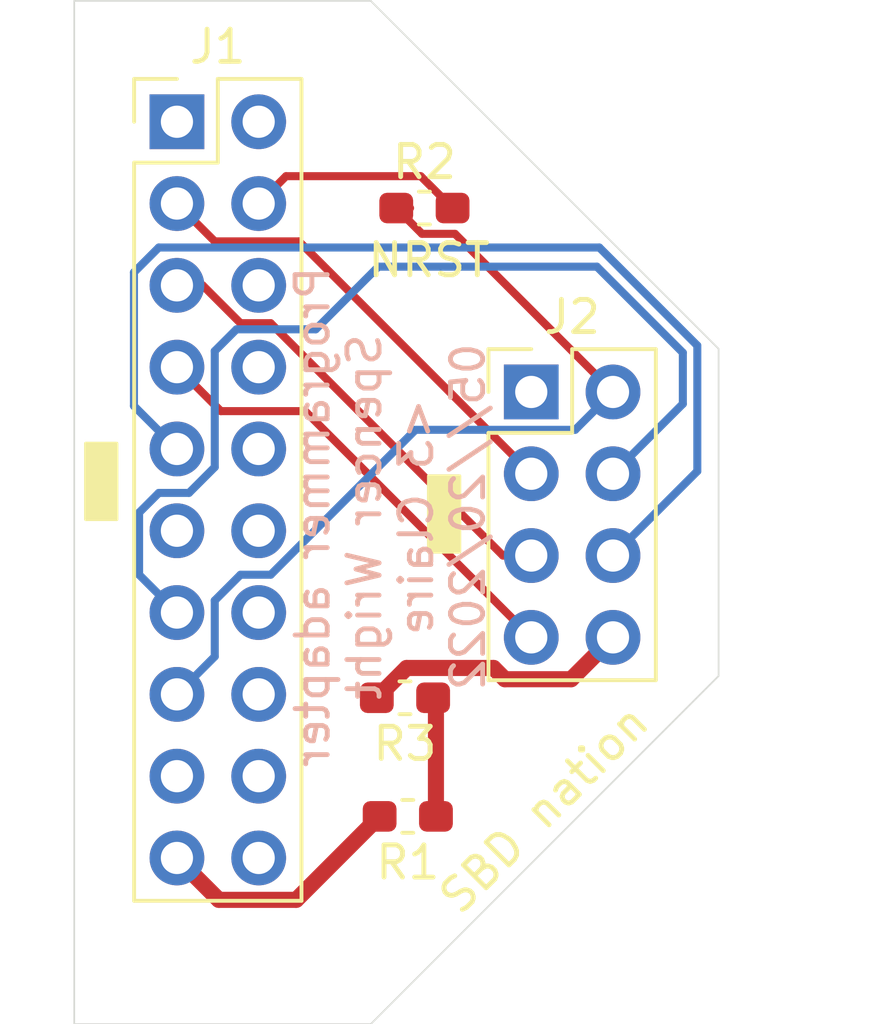
<source format=kicad_pcb>
(kicad_pcb (version 20221018) (generator pcbnew)
  (layers (0 "F.Cu" signal) (1 "In1.Cu" power "PWR") (2 "In2.Cu" power "GND") (31 "B.Cu" signal) (34 "B.Paste" user) (35 "F.Paste" user) (36 "B.SilkS" user "B.Silkscreen") (37 "F.SilkS" user "F.Silkscreen") (38 "B.Mask" user) (39 "F.Mask" user) (44 "Edge.Cuts" user))
  (net 0 "")
  (net 1 "/MCU_VDD")
  (net 2 "/JNTRST")
  (net 3 "GND")
  (net 4 "/JTDI")
  (net 5 "/SWDIO")
  (net 6 "/SWCLK")
  (net 7 "Net-(J1-Pad11)")
  (net 8 "/JTDO")
  (net 9 "/NRST")
  (net 10 "Net-(J1-Pad17)")
  (net 11 "Net-(J1-Pad19)")
  (net 12 "+3V3")
  (footprint "Connector_PinHeader_2.54mm:PinHeader_2x10_P2.54mm_Vertical" (layer "F.Cu") (at 69.23 54.53)
    (fp_text reference "J1" (at 1.27 -2.33) (layer "F.SilkS"))
    (fp_text value "Conn_01x20_Male")
    (fp_line (start -1.33 -1.33) (end 0 -1.33) (stroke (width 0.12)) (layer "F.SilkS"))
    (fp_line (start -1.33 0) (end -1.33 -1.33) (stroke (width 0.12)) (layer "F.SilkS"))
    (fp_line (start -1.33 1.27) (end -1.33 24.19) (stroke (width 0.12)) (layer "F.SilkS"))
    (fp_line (start -1.33 1.27) (end 1.27 1.27) (stroke (width 0.12)) (layer "F.SilkS"))
    (fp_line (start -1.33 24.19) (end 3.87 24.19) (stroke (width 0.12)) (layer "F.SilkS"))
    (fp_line (start 1.27 -1.33) (end 3.87 -1.33) (stroke (width 0.12)) (layer "F.SilkS"))
    (fp_line (start 1.27 1.27) (end 1.27 -1.33) (stroke (width 0.12)) (layer "F.SilkS"))
    (fp_line (start 3.87 -1.33) (end 3.87 24.19) (stroke (width 0.12)) (layer "F.SilkS"))
    (pad "1" thru_hole rect (at 0 0) (size 1.7 1.7) (drill 1) (layers "*.Cu" "*.Mask") (net 1 "/MCU_VDD"))
    (pad "2" thru_hole oval (at 2.54 0) (size 1.7 1.7) (drill 1) (layers "*.Cu" "*.Mask") (net 1 "/MCU_VDD"))
    (pad "3" thru_hole oval (at 0 2.54) (size 1.7 1.7) (drill 1) (layers "*.Cu" "*.Mask") (net 2 "/JNTRST"))
    (pad "4" thru_hole oval (at 2.54 2.54) (size 1.7 1.7) (drill 1) (layers "*.Cu" "*.Mask") (net 3 "GND"))
    (pad "5" thru_hole oval (at 0 5.08) (size 1.7 1.7) (drill 1) (layers "*.Cu" "*.Mask") (net 4 "/JTDI"))
    (pad "6" thru_hole oval (at 2.54 5.08) (size 1.7 1.7) (drill 1) (layers "*.Cu" "*.Mask") (net 3 "GND"))
    (pad "7" thru_hole oval (at 0 7.62) (size 1.7 1.7) (drill 1) (layers "*.Cu" "*.Mask") (net 5 "/SWDIO"))
    (pad "8" thru_hole oval (at 2.54 7.62) (size 1.7 1.7) (drill 1) (layers "*.Cu" "*.Mask") (net 3 "GND"))
    (pad "9" thru_hole oval (at 0 10.16) (size 1.7 1.7) (drill 1) (layers "*.Cu" "*.Mask") (net 6 "/SWCLK"))
    (pad "10" thru_hole oval (at 2.54 10.16) (size 1.7 1.7) (drill 1) (layers "*.Cu" "*.Mask") (net 3 "GND"))
    (pad "11" thru_hole oval (at 0 12.7) (size 1.7 1.7) (drill 1) (layers "*.Cu" "*.Mask") (net 7 "Net-(J1-Pad11)"))
    (pad "12" thru_hole oval (at 2.54 12.7) (size 1.7 1.7) (drill 1) (layers "*.Cu" "*.Mask") (net 3 "GND"))
    (pad "13" thru_hole oval (at 0 15.24) (size 1.7 1.7) (drill 1) (layers "*.Cu" "*.Mask") (net 8 "/JTDO"))
    (pad "14" thru_hole oval (at 2.54 15.24) (size 1.7 1.7) (drill 1) (layers "*.Cu" "*.Mask") (net 3 "GND"))
    (pad "15" thru_hole oval (at 0 17.78) (size 1.7 1.7) (drill 1) (layers "*.Cu" "*.Mask") (net 9 "/NRST"))
    (pad "16" thru_hole oval (at 2.54 17.78) (size 1.7 1.7) (drill 1) (layers "*.Cu" "*.Mask") (net 3 "GND"))
    (pad "17" thru_hole oval (at 0 20.32) (size 1.7 1.7) (drill 1) (layers "*.Cu" "*.Mask") (net 10 "Net-(J1-Pad17)"))
    (pad "18" thru_hole oval (at 2.54 20.32) (size 1.7 1.7) (drill 1) (layers "*.Cu" "*.Mask") (net 3 "GND"))
    (pad "19" thru_hole oval (at 0 22.86) (size 1.7 1.7) (drill 1) (layers "*.Cu" "*.Mask") (net 11 "Net-(J1-Pad19)"))
    (pad "20" thru_hole oval (at 2.54 22.86) (size 1.7 1.7) (drill 1) (layers "*.Cu" "*.Mask") (net 3 "GND"))
  )
  (footprint "Resistor_SMD:R_0603_1608Metric_Pad1.05x0.95mm_HandSolder" (layer "F.Cu") (at 76.4032 76.0984 180)
    (fp_text reference "R1" (at 0 -1.43) (layer "F.SilkS"))
    (fp_text value "0")
    (fp_line (start -0.171267 -0.51) (end 0.171267 -0.51) (stroke (width 0.12)) (layer "F.SilkS"))
    (fp_line (start -0.171267 0.51) (end 0.171267 0.51) (stroke (width 0.12)) (layer "F.SilkS"))
    (pad "1" smd roundrect (at -0.875 0 180) (size 1.05 0.95) (layers "F.Cu" "F.Paste" "F.Mask") (net 12 "+3V3"))
    (pad "2" smd roundrect (at 0.875 0 180) (size 1.05 0.95) (layers "F.Cu" "F.Paste" "F.Mask") (net 11 "Net-(J1-Pad19)"))
  )
  (footprint "Resistor_SMD:R_0603_1608Metric_Pad1.05x0.95mm_HandSolder" (layer "F.Cu") (at 76.92 57.21)
    (fp_text reference "R2" (at 0 -1.43) (layer "F.SilkS"))
    (fp_text value "DNI")
    (fp_line (start -0.171267 -0.51) (end 0.171267 -0.51) (stroke (width 0.12)) (layer "F.SilkS"))
    (fp_line (start -0.171267 0.51) (end 0.171267 0.51) (stroke (width 0.12)) (layer "F.SilkS"))
    (pad "1" smd roundrect (at -0.875 0) (size 1.05 0.95) (layers "F.Cu" "F.Paste" "F.Mask") (net 9 "/NRST"))
    (pad "2" smd roundrect (at 0.875 0) (size 1.05 0.95) (layers "F.Cu" "F.Paste" "F.Mask") (net 3 "GND"))
  )
  (footprint "Resistor_SMD:R_0603_1608Metric_Pad1.05x0.95mm_HandSolder" (layer "F.Cu") (at 76.3156 72.4154 180)
    (fp_text reference "R3" (at 0 -1.43) (layer "F.SilkS"))
    (fp_text value "DNI")
    (fp_line (start -0.171267 -0.51) (end 0.171267 -0.51) (stroke (width 0.12)) (layer "F.SilkS"))
    (fp_line (start -0.171267 0.51) (end 0.171267 0.51) (stroke (width 0.12)) (layer "F.SilkS"))
    (pad "1" smd roundrect (at -0.875 0 180) (size 1.05 0.95) (layers "F.Cu" "F.Paste" "F.Mask") (net 12 "+3V3"))
    (pad "2" smd roundrect (at 0.875 0 180) (size 1.05 0.95) (layers "F.Cu" "F.Paste" "F.Mask") (net 1 "/MCU_VDD"))
  )
  (footprint "Connector_PinHeader_2.54mm:PinHeader_2x04_P2.54mm_Vertical" (layer "F.Cu") (at 80.24 62.92)
    (fp_text reference "J2" (at 1.27 -2.33) (layer "F.SilkS"))
    (fp_text value "Conn_01x08_Male")
    (fp_line (start -1.33 -1.33) (end 0 -1.33) (stroke (width 0.12)) (layer "F.SilkS"))
    (fp_line (start -1.33 0) (end -1.33 -1.33) (stroke (width 0.12)) (layer "F.SilkS"))
    (fp_line (start -1.33 1.27) (end -1.33 8.95) (stroke (width 0.12)) (layer "F.SilkS"))
    (fp_line (start -1.33 1.27) (end 1.27 1.27) (stroke (width 0.12)) (layer "F.SilkS"))
    (fp_line (start -1.33 8.95) (end 3.87 8.95) (stroke (width 0.12)) (layer "F.SilkS"))
    (fp_line (start 1.27 -1.33) (end 3.87 -1.33) (stroke (width 0.12)) (layer "F.SilkS"))
    (fp_line (start 1.27 1.27) (end 1.27 -1.33) (stroke (width 0.12)) (layer "F.SilkS"))
    (fp_line (start 3.87 -1.33) (end 3.87 8.95) (stroke (width 0.12)) (layer "F.SilkS"))
    (pad "1" thru_hole rect (at 0 0) (size 1.7 1.7) (drill 1) (layers "*.Cu" "*.Mask") (net 3 "GND"))
    (pad "2" thru_hole oval (at 2.54 0) (size 1.7 1.7) (drill 1) (layers "*.Cu" "*.Mask") (net 9 "/NRST"))
    (pad "3" thru_hole oval (at 0 2.54) (size 1.7 1.7) (drill 1) (layers "*.Cu" "*.Mask") (net 2 "/JNTRST"))
    (pad "4" thru_hole oval (at 2.54 2.54) (size 1.7 1.7) (drill 1) (layers "*.Cu" "*.Mask") (net 8 "/JTDO"))
    (pad "5" thru_hole oval (at 0 5.08) (size 1.7 1.7) (drill 1) (layers "*.Cu" "*.Mask") (net 4 "/JTDI"))
    (pad "6" thru_hole oval (at 2.54 5.08) (size 1.7 1.7) (drill 1) (layers "*.Cu" "*.Mask") (net 6 "/SWCLK"))
    (pad "7" thru_hole oval (at 0 7.62) (size 1.7 1.7) (drill 1) (layers "*.Cu" "*.Mask") (net 5 "/SWDIO"))
    (pad "8" thru_hole oval (at 2.54 7.62) (size 1.7 1.7) (drill 1) (layers "*.Cu" "*.Mask") (net 1 "/MCU_VDD"))
  )
  (gr_poly (pts (xy 78.0152 67.8646) (xy 77.9898 67.8646) (xy 78.0152 67.89) (xy 77.05 67.89) (xy 77.05 65.5278) (xy 78.0152 65.5278)) (stroke (width 0.1)) (fill solid) (layer "F.SilkS"))
  (gr_poly (pts (xy 67.3608 66.8528) (xy 67.3354 66.8528) (xy 67.3608 66.8782) (xy 66.3956 66.8782) (xy 66.3956 64.516) (xy 67.3608 64.516)) (stroke (width 0.1)) (fill solid) (layer "F.SilkS"))
  (gr_line (start 66.04 50.7746) (end 66.04 82.55) (stroke (width 0.05)) (layer "Edge.Cuts"))
  (gr_line (start 66.04 82.55) (end 75.25 82.55) (stroke (width 0.05)) (layer "Edge.Cuts"))
  (gr_line (start 75.25 82.55) (end 86.06 71.74) (stroke (width 0.05)) (layer "Edge.Cuts"))
  (gr_line (start 75.25 50.7746) (end 86.06 61.58) (stroke (width 0.05)) (layer "Edge.Cuts"))
  (gr_line (start 66.04 50.7746) (end 75.25 50.7746) (stroke (width 0.05)) (layer "Edge.Cuts"))
  (gr_line (start 86.06 71.74) (end 86.06 61.58) (stroke (width 0.05)) (layer "Edge.Cuts"))
  (gr_text "Programmer adapter\nSpencer Wright\n<3 Claire\n05//20/2022" (at 75.86 66.8 90) (layer "B.SilkS") (effects (font (size 1 1)) (justify mirror)))
  (gr_text "NRST" (at 77.0636 58.8264) (layer "F.SilkS") (effects (font (size 1 1))))
  (gr_text "SBD nation" (at 80.64 75.87 45) (layer "F.SilkS") (effects (font (size 1 1))))
  (segment (start 79.419937 71.839937) (end 79.070454 71.490454) (width 0.499872) (layer "F.Cu") (net 1))
  (segment (start 76.365546 71.490454) (end 75.4406 72.4154) (width 0.499872) (layer "F.Cu") (net 1))
  (segment (start 82.78 70.54) (end 81.480063 71.839937) (width 0.499872) (layer "F.Cu") (net 1))
  (segment (start 81.480063 71.839937) (end 79.419937 71.839937) (width 0.499872) (layer "F.Cu") (net 1))
  (segment (start 79.070454 71.490454) (end 76.365546 71.490454) (width 0.499872) (layer "F.Cu") (net 1))
  (segment (start 73.025001 58.245001) (end 70.405001 58.245001) (width 0.25) (layer "F.Cu") (net 2))
  (segment (start 70.405001 58.245001) (end 69.23 57.07) (width 0.25) (layer "F.Cu") (net 2))
  (segment (start 80.24 65.46) (end 73.025001 58.245001) (width 0.25) (layer "F.Cu") (net 2))
  (segment (start 77.795 57.21) (end 76.805001 56.220001) (width 0.25) (layer "F.Cu") (net 3))
  (segment (start 76.805001 56.220001) (end 72.619999 56.220001) (width 0.25) (layer "F.Cu") (net 3))
  (segment (start 72.619999 56.220001) (end 71.77 57.07) (width 0.25) (layer "F.Cu") (net 3))
  (segment (start 69.23 59.61) (end 70.030998 59.61) (width 0.25) (layer "F.Cu") (net 4))
  (segment (start 79.359002 68) (end 80.24 68) (width 0.25) (layer "F.Cu") (net 4))
  (segment (start 71.205999 60.785001) (end 72.144003 60.785001) (width 0.25) (layer "F.Cu") (net 4))
  (segment (start 70.030998 59.61) (end 71.205999 60.785001) (width 0.25) (layer "F.Cu") (net 4))
  (segment (start 72.144003 60.785001) (end 79.359002 68) (width 0.25) (layer "F.Cu") (net 4))
  (segment (start 70.594999 63.514999) (end 70.405001 63.325001) (width 0.25) (layer "F.Cu") (net 5))
  (segment (start 70.405001 63.325001) (end 69.23 62.15) (width 0.25) (layer "F.Cu") (net 5))
  (segment (start 73.214999 63.514999) (end 70.594999 63.514999) (width 0.25) (layer "F.Cu") (net 5))
  (segment (start 80.24 70.54) (end 73.214999 63.514999) (width 0.25) (layer "F.Cu") (net 5))
  (segment (start 67.8942 59.206798) (end 68.665999 58.434999) (width 0.25) (layer "B.Cu") (net 6))
  (segment (start 68.665999 58.434999) (end 82.354999 58.434999) (width 0.25) (layer "B.Cu") (net 6))
  (segment (start 69.23 64.69) (end 67.8942 63.3542) (width 0.25) (layer "B.Cu") (net 6))
  (segment (start 85.4 61.48) (end 85.4 65.38) (width 0.25) (layer "B.Cu") (net 6))
  (segment (start 82.354999 58.434999) (end 85.4 61.48) (width 0.25) (layer "B.Cu") (net 6))
  (segment (start 85.4 65.38) (end 82.78 68) (width 0.25) (layer "B.Cu") (net 6))
  (segment (start 67.8942 63.3542) (end 67.8942 59.206798) (width 0.25) (layer "B.Cu") (net 6))
  (segment (start 68.054999 68.594999) (end 68.054999 66.665999) (width 0.25) (layer "B.Cu") (net 8))
  (segment (start 68.665999 66.054999) (end 69.604003 66.054999) (width 0.25) (layer "B.Cu") (net 8))
  (segment (start 70.405001 61.649599) (end 71.079601 60.974999) (width 0.25) (layer "B.Cu") (net 8))
  (segment (start 82.2796 59.0296) (end 84.94999 61.69999) (width 0.25) (layer "B.Cu") (net 8))
  (segment (start 69.604003 66.054999) (end 70.405001 65.254001) (width 0.25) (layer "B.Cu") (net 8))
  (segment (start 70.405001 65.254001) (end 70.405001 61.649599) (width 0.25) (layer "B.Cu") (net 8))
  (segment (start 71.079601 60.974999) (end 73.543401 60.974999) (width 0.25) (layer "B.Cu") (net 8))
  (segment (start 73.543401 60.974999) (end 75.4888 59.0296) (width 0.25) (layer "B.Cu") (net 8))
  (segment (start 69.23 69.77) (end 68.054999 68.594999) (width 0.25) (layer "B.Cu") (net 8))
  (segment (start 84.94999 63.29001) (end 82.78 65.46) (width 0.25) (layer "B.Cu") (net 8))
  (segment (start 84.94999 61.69999) (end 84.94999 63.29001) (width 0.25) (layer "B.Cu") (net 8))
  (segment (start 75.4888 59.0296) (end 82.2796 59.0296) (width 0.25) (layer "B.Cu") (net 8))
  (segment (start 68.054999 66.665999) (end 68.665999 66.054999) (width 0.25) (layer "B.Cu") (net 8))
  (segment (start 77.87001 58.01001) (end 82.78 62.92) (width 0.25) (layer "F.Cu") (net 9))
  (segment (start 76.47449 57.21) (end 76.045 57.21) (width 0.25) (layer "F.Cu") (net 9))
  (segment (start 76.84501 58.01001) (end 77.87001 58.01001) (width 0.25) (layer "F.Cu") (net 9))
  (segment (start 76.045 57.21) (end 76.84501 58.01001) (width 0.25) (layer "F.Cu") (net 9))
  (segment (start 72.144003 68.594999) (end 71.205999 68.594999) (width 0.25) (layer "B.Cu") (net 9))
  (segment (start 71.205999 68.594999) (end 70.405001 69.395997) (width 0.25) (layer "B.Cu") (net 9))
  (segment (start 81.604999 64.095001) (end 82.78 62.92) (width 0.25) (layer "B.Cu") (net 9))
  (segment (start 72.144003 68.594999) (end 76.644001 64.095001) (width 0.25) (layer "B.Cu") (net 9))
  (segment (start 70.405001 71.134999) (end 69.23 72.31) (width 0.25) (layer "B.Cu") (net 9))
  (segment (start 70.405001 69.395997) (end 70.405001 71.134999) (width 0.25) (layer "B.Cu") (net 9))
  (segment (start 76.644001 64.095001) (end 81.604999 64.095001) (width 0.25) (layer "B.Cu") (net 9))
  (segment (start 70.529937 78.689937) (end 69.23 77.39) (width 0.499872) (layer "F.Cu") (net 11))
  (segment (start 75.5282 76.0984) (end 72.936663 78.689937) (width 0.499872) (layer "F.Cu") (net 11))
  (segment (start 72.936663 78.689937) (end 70.529937 78.689937) (width 0.499872) (layer "F.Cu") (net 11))
  (segment (start 77.2782 76.0984) (end 77.2782 72.503) (width 0.499872) (layer "F.Cu") (net 12))
  (segment (start 77.2782 72.503) (end 77.1906 72.4154) (width 0.499872) (layer "F.Cu") (net 12))
)
</source>
